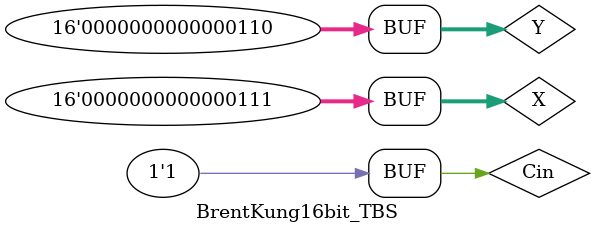
<source format=v>
`timescale 1ns / 1ps

module BrentKung16bit_TBS;

	// Inputs
	reg [15:0] X;
	reg [15:0] Y;
	reg Cin;

	// Outputs
	wire Cout;
	wire [15:0] SUM;

	// Instantiate the Unit Under Test (UUT)
	BrentKung16bit dut (
		.a(X), 
		.b(Y), 
		.Cin(Cin), 
		.Sum(SUM),
		.Cout(Cout) 
	);

	initial begin
		// Initialize Inputs
		X = 0;
		Y = 0;
		Cin = 0;

		#10;
        X=22;
		  Y=53;
		  Cin=0;
		  #10
		   X=35;
		  Y=42;
		  Cin=1;
		  
		  		  #10
		   X=243;
		  Y=37;
		  Cin=0;
		  
		  		  #10
		   X=645;
		  Y=246;
		  Cin=0;

		  #10
		   X=7;
		  Y=6;
		  Cin=1;

	end
      
endmodule


</source>
